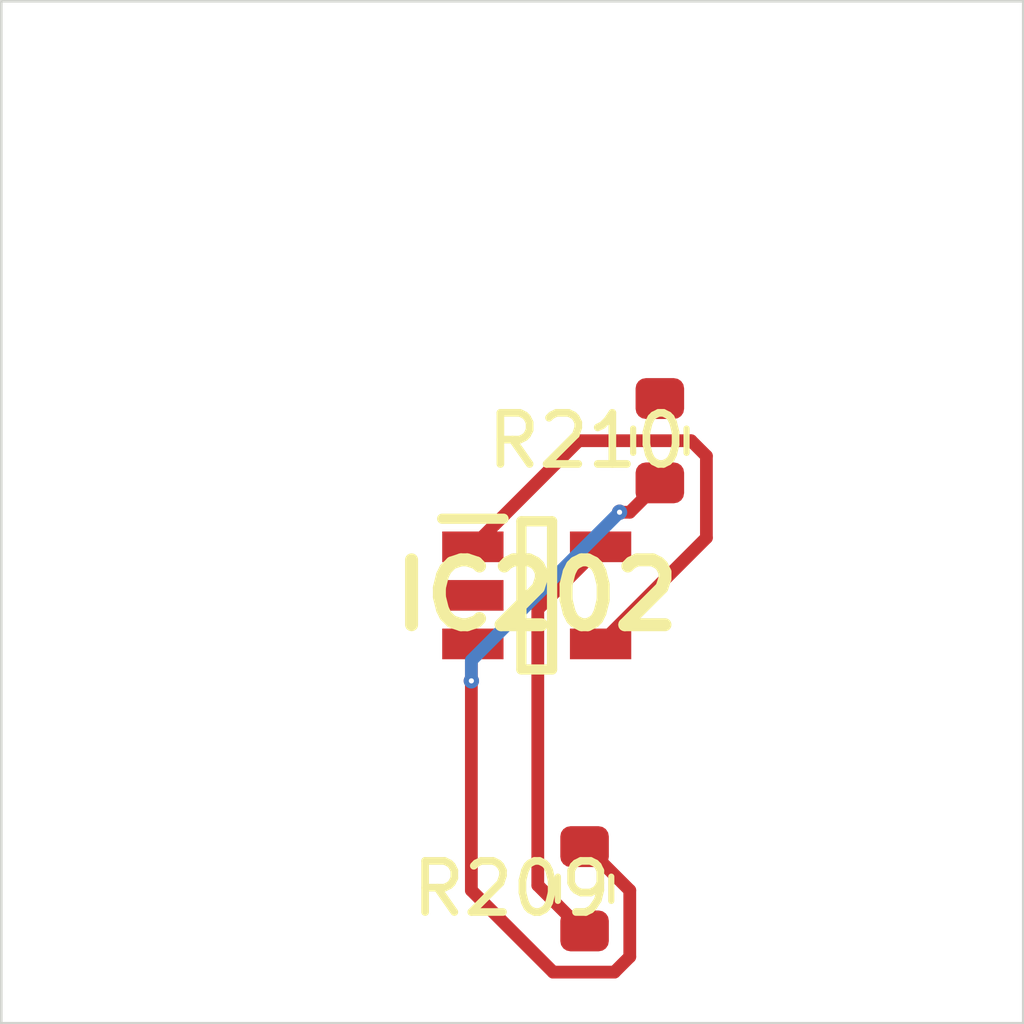
<source format=kicad_pcb>
 ( kicad_pcb  ( version 20171130 )
 ( host pcbnew 5.1.12-84ad8e8a86~92~ubuntu18.04.1 )
 ( general  ( thickness 1.6 )
 ( drawings 4 )
 ( tracks 0 )
 ( zones 0 )
 ( modules 3 )
 ( nets 5 )
)
 ( page A4 )
 ( layers  ( 0 F.Cu signal )
 ( 31 B.Cu signal )
 ( 32 B.Adhes user )
 ( 33 F.Adhes user )
 ( 34 B.Paste user )
 ( 35 F.Paste user )
 ( 36 B.SilkS user )
 ( 37 F.SilkS user )
 ( 38 B.Mask user )
 ( 39 F.Mask user )
 ( 40 Dwgs.User user )
 ( 41 Cmts.User user )
 ( 42 Eco1.User user )
 ( 43 Eco2.User user )
 ( 44 Edge.Cuts user )
 ( 45 Margin user )
 ( 46 B.CrtYd user )
 ( 47 F.CrtYd user )
 ( 48 B.Fab user )
 ( 49 F.Fab user )
)
 ( setup  ( last_trace_width 0.25 )
 ( trace_clearance 0.2 )
 ( zone_clearance 0.508 )
 ( zone_45_only no )
 ( trace_min 0.2 )
 ( via_size 0.8 )
 ( via_drill 0.4 )
 ( via_min_size 0.4 )
 ( via_min_drill 0.3 )
 ( uvia_size 0.3 )
 ( uvia_drill 0.1 )
 ( uvias_allowed no )
 ( uvia_min_size 0.2 )
 ( uvia_min_drill 0.1 )
 ( edge_width 0.05 )
 ( segment_width 0.2 )
 ( pcb_text_width 0.3 )
 ( pcb_text_size 1.5 1.5 )
 ( mod_edge_width 0.12 )
 ( mod_text_size 1 1 )
 ( mod_text_width 0.15 )
 ( pad_size 1.524 1.524 )
 ( pad_drill 0.762 )
 ( pad_to_mask_clearance 0 )
 ( aux_axis_origin 0 0 )
 ( visible_elements FFFFFF7F )
 ( pcbplotparams  ( layerselection 0x010fc_ffffffff )
 ( usegerberextensions false )
 ( usegerberattributes true )
 ( usegerberadvancedattributes true )
 ( creategerberjobfile true )
 ( excludeedgelayer true )
 ( linewidth 0.100000 )
 ( plotframeref false )
 ( viasonmask false )
 ( mode 1 )
 ( useauxorigin false )
 ( hpglpennumber 1 )
 ( hpglpenspeed 20 )
 ( hpglpendiameter 15.000000 )
 ( psnegative false )
 ( psa4output false )
 ( plotreference true )
 ( plotvalue true )
 ( plotinvisibletext false )
 ( padsonsilk false )
 ( subtractmaskfromsilk false )
 ( outputformat 1 )
 ( mirror false )
 ( drillshape 1 )
 ( scaleselection 1 )
 ( outputdirectory "" )
)
)
 ( net 0 "" )
 ( net 1 GND )
 ( net 2 VDDA )
 ( net 3 /Sheet6235D886/vp )
 ( net 4 "Net-(IC202-Pad3)" )
 ( net_class Default "This is the default net class."  ( clearance 0.2 )
 ( trace_width 0.25 )
 ( via_dia 0.8 )
 ( via_drill 0.4 )
 ( uvia_dia 0.3 )
 ( uvia_drill 0.1 )
 ( add_net /Sheet6235D886/vp )
 ( add_net GND )
 ( add_net "Net-(IC202-Pad3)" )
 ( add_net VDDA )
)
 ( module SOT95P280X145-5N locked  ( layer F.Cu )
 ( tedit 62336ED7 )
 ( tstamp 623423ED )
 ( at 90.479100 111.627000 )
 ( descr DBV0005A )
 ( tags "Integrated Circuit" )
 ( path /6235D887/6266C08E )
 ( attr smd )
 ( fp_text reference IC202  ( at 0 0 )
 ( layer F.SilkS )
 ( effects  ( font  ( size 1.27 1.27 )
 ( thickness 0.254 )
)
)
)
 ( fp_text value TL071HIDBVR  ( at 0 0 )
 ( layer F.SilkS )
hide  ( effects  ( font  ( size 1.27 1.27 )
 ( thickness 0.254 )
)
)
)
 ( fp_line  ( start -1.85 -1.5 )
 ( end -0.65 -1.5 )
 ( layer F.SilkS )
 ( width 0.2 )
)
 ( fp_line  ( start -0.3 1.45 )
 ( end -0.3 -1.45 )
 ( layer F.SilkS )
 ( width 0.2 )
)
 ( fp_line  ( start 0.3 1.45 )
 ( end -0.3 1.45 )
 ( layer F.SilkS )
 ( width 0.2 )
)
 ( fp_line  ( start 0.3 -1.45 )
 ( end 0.3 1.45 )
 ( layer F.SilkS )
 ( width 0.2 )
)
 ( fp_line  ( start -0.3 -1.45 )
 ( end 0.3 -1.45 )
 ( layer F.SilkS )
 ( width 0.2 )
)
 ( fp_line  ( start -0.8 -0.5 )
 ( end 0.15 -1.45 )
 ( layer Dwgs.User )
 ( width 0.1 )
)
 ( fp_line  ( start -0.8 1.45 )
 ( end -0.8 -1.45 )
 ( layer Dwgs.User )
 ( width 0.1 )
)
 ( fp_line  ( start 0.8 1.45 )
 ( end -0.8 1.45 )
 ( layer Dwgs.User )
 ( width 0.1 )
)
 ( fp_line  ( start 0.8 -1.45 )
 ( end 0.8 1.45 )
 ( layer Dwgs.User )
 ( width 0.1 )
)
 ( fp_line  ( start -0.8 -1.45 )
 ( end 0.8 -1.45 )
 ( layer Dwgs.User )
 ( width 0.1 )
)
 ( fp_line  ( start -2.1 1.775 )
 ( end -2.1 -1.775 )
 ( layer Dwgs.User )
 ( width 0.05 )
)
 ( fp_line  ( start 2.1 1.775 )
 ( end -2.1 1.775 )
 ( layer Dwgs.User )
 ( width 0.05 )
)
 ( fp_line  ( start 2.1 -1.775 )
 ( end 2.1 1.775 )
 ( layer Dwgs.User )
 ( width 0.05 )
)
 ( fp_line  ( start -2.1 -1.775 )
 ( end 2.1 -1.775 )
 ( layer Dwgs.User )
 ( width 0.05 )
)
 ( pad 1 smd rect  ( at -1.25 -0.95 90.000000 )
 ( size 0.6 1.2 )
 ( layers F.Cu F.Mask F.Paste )
 ( net 3 /Sheet6235D886/vp )
)
 ( pad 2 smd rect  ( at -1.25 0 90.000000 )
 ( size 0.6 1.2 )
 ( layers F.Cu F.Mask F.Paste )
 ( net 1 GND )
)
 ( pad 3 smd rect  ( at -1.25 0.95 90.000000 )
 ( size 0.6 1.2 )
 ( layers F.Cu F.Mask F.Paste )
 ( net 4 "Net-(IC202-Pad3)" )
)
 ( pad 4 smd rect  ( at 1.25 0.95 90.000000 )
 ( size 0.6 1.2 )
 ( layers F.Cu F.Mask F.Paste )
 ( net 3 /Sheet6235D886/vp )
)
 ( pad 5 smd rect  ( at 1.25 -0.95 90.000000 )
 ( size 0.6 1.2 )
 ( layers F.Cu F.Mask F.Paste )
 ( net 2 VDDA )
)
)
 ( module Resistor_SMD:R_0603_1608Metric  ( layer F.Cu )
 ( tedit 5F68FEEE )
 ( tstamp 62342595 )
 ( at 91.415700 117.369000 90.000000 )
 ( descr "Resistor SMD 0603 (1608 Metric), square (rectangular) end terminal, IPC_7351 nominal, (Body size source: IPC-SM-782 page 72, https://www.pcb-3d.com/wordpress/wp-content/uploads/ipc-sm-782a_amendment_1_and_2.pdf), generated with kicad-footprint-generator" )
 ( tags resistor )
 ( path /6235D887/623CDBD9 )
 ( attr smd )
 ( fp_text reference R209  ( at 0 -1.43 )
 ( layer F.SilkS )
 ( effects  ( font  ( size 1 1 )
 ( thickness 0.15 )
)
)
)
 ( fp_text value 100k  ( at 0 1.43 )
 ( layer F.Fab )
 ( effects  ( font  ( size 1 1 )
 ( thickness 0.15 )
)
)
)
 ( fp_line  ( start -0.8 0.4125 )
 ( end -0.8 -0.4125 )
 ( layer F.Fab )
 ( width 0.1 )
)
 ( fp_line  ( start -0.8 -0.4125 )
 ( end 0.8 -0.4125 )
 ( layer F.Fab )
 ( width 0.1 )
)
 ( fp_line  ( start 0.8 -0.4125 )
 ( end 0.8 0.4125 )
 ( layer F.Fab )
 ( width 0.1 )
)
 ( fp_line  ( start 0.8 0.4125 )
 ( end -0.8 0.4125 )
 ( layer F.Fab )
 ( width 0.1 )
)
 ( fp_line  ( start -0.237258 -0.5225 )
 ( end 0.237258 -0.5225 )
 ( layer F.SilkS )
 ( width 0.12 )
)
 ( fp_line  ( start -0.237258 0.5225 )
 ( end 0.237258 0.5225 )
 ( layer F.SilkS )
 ( width 0.12 )
)
 ( fp_line  ( start -1.48 0.73 )
 ( end -1.48 -0.73 )
 ( layer F.CrtYd )
 ( width 0.05 )
)
 ( fp_line  ( start -1.48 -0.73 )
 ( end 1.48 -0.73 )
 ( layer F.CrtYd )
 ( width 0.05 )
)
 ( fp_line  ( start 1.48 -0.73 )
 ( end 1.48 0.73 )
 ( layer F.CrtYd )
 ( width 0.05 )
)
 ( fp_line  ( start 1.48 0.73 )
 ( end -1.48 0.73 )
 ( layer F.CrtYd )
 ( width 0.05 )
)
 ( fp_text user %R  ( at 0 0 )
 ( layer F.Fab )
 ( effects  ( font  ( size 0.4 0.4 )
 ( thickness 0.06 )
)
)
)
 ( pad 1 smd roundrect  ( at -0.825 0 90.000000 )
 ( size 0.8 0.95 )
 ( layers F.Cu F.Mask F.Paste )
 ( roundrect_rratio 0.25 )
 ( net 2 VDDA )
)
 ( pad 2 smd roundrect  ( at 0.825 0 90.000000 )
 ( size 0.8 0.95 )
 ( layers F.Cu F.Mask F.Paste )
 ( roundrect_rratio 0.25 )
 ( net 4 "Net-(IC202-Pad3)" )
)
 ( model ${KISYS3DMOD}/Resistor_SMD.3dshapes/R_0603_1608Metric.wrl  ( at  ( xyz 0 0 0 )
)
 ( scale  ( xyz 1 1 1 )
)
 ( rotate  ( xyz 0 0 0 )
)
)
)
 ( module Resistor_SMD:R_0603_1608Metric  ( layer F.Cu )
 ( tedit 5F68FEEE )
 ( tstamp 623425A6 )
 ( at 92.889000 108.600000 90.000000 )
 ( descr "Resistor SMD 0603 (1608 Metric), square (rectangular) end terminal, IPC_7351 nominal, (Body size source: IPC-SM-782 page 72, https://www.pcb-3d.com/wordpress/wp-content/uploads/ipc-sm-782a_amendment_1_and_2.pdf), generated with kicad-footprint-generator" )
 ( tags resistor )
 ( path /6235D887/623CDBDF )
 ( attr smd )
 ( fp_text reference R210  ( at 0 -1.43 )
 ( layer F.SilkS )
 ( effects  ( font  ( size 1 1 )
 ( thickness 0.15 )
)
)
)
 ( fp_text value 100k  ( at 0 1.43 )
 ( layer F.Fab )
 ( effects  ( font  ( size 1 1 )
 ( thickness 0.15 )
)
)
)
 ( fp_line  ( start 1.48 0.73 )
 ( end -1.48 0.73 )
 ( layer F.CrtYd )
 ( width 0.05 )
)
 ( fp_line  ( start 1.48 -0.73 )
 ( end 1.48 0.73 )
 ( layer F.CrtYd )
 ( width 0.05 )
)
 ( fp_line  ( start -1.48 -0.73 )
 ( end 1.48 -0.73 )
 ( layer F.CrtYd )
 ( width 0.05 )
)
 ( fp_line  ( start -1.48 0.73 )
 ( end -1.48 -0.73 )
 ( layer F.CrtYd )
 ( width 0.05 )
)
 ( fp_line  ( start -0.237258 0.5225 )
 ( end 0.237258 0.5225 )
 ( layer F.SilkS )
 ( width 0.12 )
)
 ( fp_line  ( start -0.237258 -0.5225 )
 ( end 0.237258 -0.5225 )
 ( layer F.SilkS )
 ( width 0.12 )
)
 ( fp_line  ( start 0.8 0.4125 )
 ( end -0.8 0.4125 )
 ( layer F.Fab )
 ( width 0.1 )
)
 ( fp_line  ( start 0.8 -0.4125 )
 ( end 0.8 0.4125 )
 ( layer F.Fab )
 ( width 0.1 )
)
 ( fp_line  ( start -0.8 -0.4125 )
 ( end 0.8 -0.4125 )
 ( layer F.Fab )
 ( width 0.1 )
)
 ( fp_line  ( start -0.8 0.4125 )
 ( end -0.8 -0.4125 )
 ( layer F.Fab )
 ( width 0.1 )
)
 ( fp_text user %R  ( at 0 0 )
 ( layer F.Fab )
 ( effects  ( font  ( size 0.4 0.4 )
 ( thickness 0.06 )
)
)
)
 ( pad 2 smd roundrect  ( at 0.825 0 90.000000 )
 ( size 0.8 0.95 )
 ( layers F.Cu F.Mask F.Paste )
 ( roundrect_rratio 0.25 )
 ( net 1 GND )
)
 ( pad 1 smd roundrect  ( at -0.825 0 90.000000 )
 ( size 0.8 0.95 )
 ( layers F.Cu F.Mask F.Paste )
 ( roundrect_rratio 0.25 )
 ( net 4 "Net-(IC202-Pad3)" )
)
 ( model ${KISYS3DMOD}/Resistor_SMD.3dshapes/R_0603_1608Metric.wrl  ( at  ( xyz 0 0 0 )
)
 ( scale  ( xyz 1 1 1 )
)
 ( rotate  ( xyz 0 0 0 )
)
)
)
 ( gr_line  ( start 100 100 )
 ( end 100 120 )
 ( layer Edge.Cuts )
 ( width 0.05 )
 ( tstamp 62E770C4 )
)
 ( gr_line  ( start 80 120 )
 ( end 100 120 )
 ( layer Edge.Cuts )
 ( width 0.05 )
 ( tstamp 62E770C0 )
)
 ( gr_line  ( start 80 100 )
 ( end 100 100 )
 ( layer Edge.Cuts )
 ( width 0.05 )
 ( tstamp 6234110C )
)
 ( gr_line  ( start 80 100 )
 ( end 80 120 )
 ( layer Edge.Cuts )
 ( width 0.05 )
)
 ( segment  ( start 91.400001 118.200002 )
 ( end 90.500001 117.300002 )
 ( width 0.250000 )
 ( layer F.Cu )
 ( net 2 )
)
 ( segment  ( start 90.500001 117.300002 )
 ( end 90.500001 111.900002 )
 ( width 0.250000 )
 ( layer F.Cu )
 ( net 2 )
)
 ( segment  ( start 90.500001 111.900002 )
 ( end 91.700001 110.700002 )
 ( width 0.250000 )
 ( layer F.Cu )
 ( net 2 )
)
 ( segment  ( start 91.700001 112.600002 )
 ( end 93.800001 110.500002 )
 ( width 0.250000 )
 ( layer F.Cu )
 ( net 3 )
)
 ( segment  ( start 93.800001 110.500002 )
 ( end 93.800001 108.900002 )
 ( width 0.250000 )
 ( layer F.Cu )
 ( net 3 )
)
 ( segment  ( start 93.800001 108.900002 )
 ( end 93.500001 108.600002 )
 ( width 0.250000 )
 ( layer F.Cu )
 ( net 3 )
)
 ( segment  ( start 93.500001 108.600002 )
 ( end 91.300001 108.600002 )
 ( width 0.250000 )
 ( layer F.Cu )
 ( net 3 )
)
 ( segment  ( start 91.300001 108.600002 )
 ( end 89.200001 110.700002 )
 ( width 0.250000 )
 ( layer F.Cu )
 ( net 3 )
)
 ( segment  ( start 91.400001 116.500002 )
 ( end 92.300001 117.400002 )
 ( width 0.250000 )
 ( layer F.Cu )
 ( net 4 )
)
 ( segment  ( start 92.300001 117.400002 )
 ( end 92.300001 118.700002 )
 ( width 0.250000 )
 ( layer F.Cu )
 ( net 4 )
)
 ( segment  ( start 92.300001 118.700002 )
 ( end 92.000001 119.000002 )
 ( width 0.250000 )
 ( layer F.Cu )
 ( net 4 )
)
 ( segment  ( start 92.000001 119.000002 )
 ( end 90.800001 119.000002 )
 ( width 0.250000 )
 ( layer F.Cu )
 ( net 4 )
)
 ( segment  ( start 90.800001 119.000002 )
 ( end 89.200001 117.400002 )
 ( width 0.250000 )
 ( layer F.Cu )
 ( net 4 )
)
 ( segment  ( start 89.200001 117.400002 )
 ( end 89.200001 112.600002 )
 ( width 0.250000 )
 ( layer F.Cu )
 ( net 4 )
)
 ( segment  ( start 92.900001 109.400002 )
 ( end 92.300001 110.000002 )
 ( width 0.250000 )
 ( layer F.Cu )
 ( net 4 )
)
 ( segment  ( start 92.300001 110.000002 )
 ( end 92.100001 110.000002 )
 ( width 0.250000 )
 ( layer F.Cu )
 ( net 4 )
)
 ( segment  ( start 92.100001 110.000002 )
 ( end 89.200001 112.900002 )
 ( width 0.250000 )
 ( layer B.Cu )
 ( net 4 )
)
 ( segment  ( start 89.200001 112.900002 )
 ( end 89.200001 113.300002 )
 ( width 0.250000 )
 ( layer B.Cu )
 ( net 4 )
)
 ( via micro  ( at 92.100001 110.000002 )
 ( size 0.300000 )
 ( drill 0.100000 )
 ( layers F.Cu B.Cu )
 ( net 4 )
)
 ( via micro  ( at 89.200001 113.300002 )
 ( size 0.300000 )
 ( drill 0.100000 )
 ( layers F.Cu B.Cu )
 ( net 4 )
)
)

</source>
